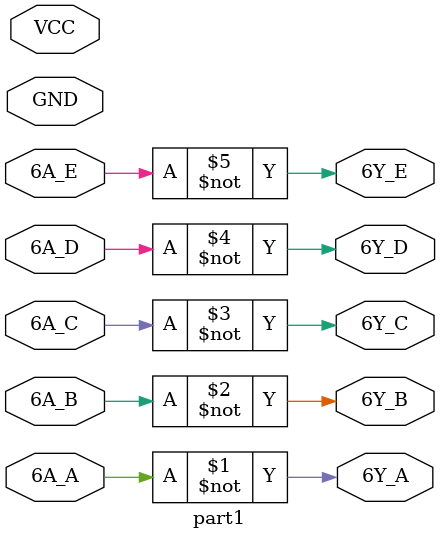
<source format=v>
module part1 (
\6A_A ,
\6Y_A ,
VCC ,
GND ,
\6A_B ,
\6Y_B ,
\6A_C ,
\6Y_C ,
\6A_D ,
\6Y_D ,
\6A_E ,
// note: there is not a space character before the nl below
\6Y_E
 ) ;

input \6A_A ;
output \6Y_A ;
input VCC ;
input GND ;
input \6A_B ;
output \6Y_B ;
input \6A_C ;
output \6Y_C ;
input \6A_D ;
output \6Y_D ;
input \6A_E ;
output \6Y_E ;

assign \6Y_A  = ~\6A_A ;
assign \6Y_B  = ~\6A_B ;
assign \6Y_C  = ~\6A_C ;
assign \6Y_D  = ~\6A_D ;
assign \6Y_E  = ~\6A_E ;

endmodule

</source>
